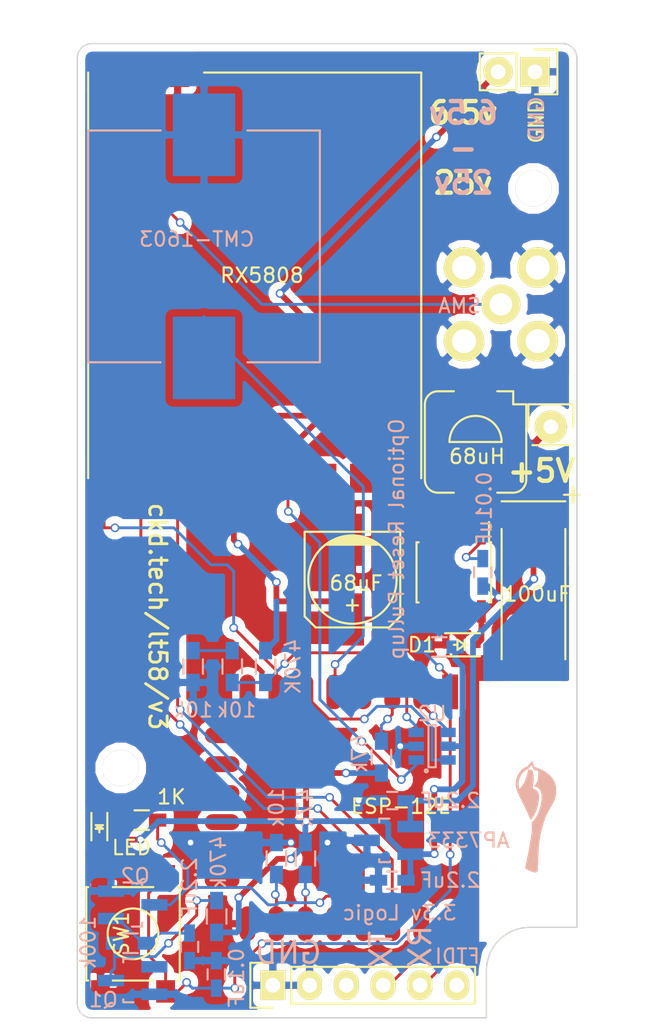
<source format=kicad_pcb>
(kicad_pcb (version 4) (host pcbnew "(2015-11-03 BZR 6296)-product")
  (layers (0 F.Cu signal) (31 B.Cu signal) (34 B.Paste user) (35 F.Paste user) (36 B.SilkS user) (37 F.SilkS user) (38 B.Mask user) (39 F.Mask user) (44 Edge.Cuts user))
  (net 0 "")
  (net 1 /ESP-Reset/RESET)
  (net 2 GNDPWR)
  (net 3 "Net-(C2-Pad1)")
  (net 4 +5V)
  (net 5 +3V3)
  (net 6 "Net-(CB1-Pad1)")
  (net 7 +BATT)
  (net 8 "Net-(D2-Pad1)")
  (net 9 /RFIN)
  (net 10 "Net-(LS1-Pad1)")
  (net 11 /V+)
  (net 12 /TXO)
  (net 13 /RXI)
  (net 14 /DTR)
  (net 15 /ESP-Reset/GPIO0)
  (net 16 "Net-(R3-Pad1)")
  (net 17 "Net-(R5-Pad2)")
  (net 18 "Net-(R6-Pad2)")
  (net 19 "Net-(R7-Pad2)")
  (net 20 "Net-(R8-Pad2)")
  (net 21 "Net-(RF1-Pad11)")
  (net 22 "Net-(RF1-Pad10)")
  (net 23 /RSSI)
  (net 24 /CLK)
  (net 25 /LE)
  (net 26 /DATA)
  (net 27 "Net-(U1-Pad9)")
  (net 28 "Net-(U1-Pad10)")
  (net 29 "Net-(U1-Pad11)")
  (net 30 "Net-(U1-Pad12)")
  (net 31 "Net-(U1-Pad13)")
  (net 32 "Net-(U1-Pad14)")
  (net 33 /SHARED_ADC)
  (net 34 /ADC_SELECT)
  (net 35 "Net-(U3-Pad5)")
  (net 36 "/5V/3V3 Regulator/5uf")
  (net 37 "Net-(Q1-Pad3)")
  (net 38 "Net-(U1-Pad4)")
  (module Mounting_Holes:MountingHole_2-5mm (layer F.Cu) (at 183 112.25)
    (fp_text reference REF** hide)
    (fp_text value MountingHole_2-5mm)
    (pad 1 thru_hole circle (at 0 0) (size 2.5 2.5) (drill 2.5) (layers))
  )
  (module Housings_SOT-23_SOT-143_TSOT-6:SOT-23_Handsoldering (layer B.Cu) (at 183.825 121.7 90)
    (fp_text reference Q2 (at 2 0.175 180) (layer B.SilkS) (effects (justify mirror)))
    (fp_text value Q_NMOS_GSD hide)
    (pad 1 smd rect (at -0.95 -1.50114 90) (size 0.8001 1.80086) (layers B.Cu B.Paste B.Mask) (net 3 "Net-(C2-Pad1)"))
    (pad 2 smd rect (at 0.95 -1.50114 90) (size 0.8001 1.80086) (layers B.Cu B.Paste B.Mask) (net 2 GNDPWR))
    (pad 3 smd rect (at 0 1.50114 90) (size 0.8001 1.80086) (layers B.Cu B.Paste B.Mask) (net 15 /ESP-Reset/GPIO0))
  )
  (module Housings_SOT-23_SOT-143_TSOT-6:SOT-23_Handsoldering (layer B.Cu) (at 183.825 126.925 270)
    (fp_text reference Q1 (at 1.325 2.025 360) (layer B.SilkS) (effects (justify mirror)))
    (fp_text value Q_NMOS_GSD hide)
    (pad 1 smd rect (at -0.95 -1.50114 270) (size 0.8001 1.80086) (layers B.Cu B.Paste B.Mask) (net 1 /ESP-Reset/RESET))
    (pad 2 smd rect (at 0.95 -1.50114 270) (size 0.8001 1.80086) (layers B.Cu B.Paste B.Mask) (net 2 GNDPWR))
    (pad 3 smd rect (at 0 1.50114 270) (size 0.8001 1.80086) (layers B.Cu B.Paste B.Mask) (net 37 "Net-(Q1-Pad3)"))
  )
  (module Capacitors_SMD:C_0603_HandSoldering (layer B.Cu) (at 189.6 126.5 90)
    (fp_text reference C1 hide)
    (fp_text value 0.1uF (at -0.25 1.4 90) (layer B.SilkS) (effects (justify mirror)))
    (pad 1 smd rect (at -0.95 0 90) (size 1.2 0.75) (layers B.Cu B.Paste B.Mask) (net 1 /ESP-Reset/RESET))
    (pad 2 smd rect (at 0.95 0 90) (size 1.2 0.75) (layers B.Cu B.Paste B.Mask) (net 2 GNDPWR))
  )
  (module Capacitors_SMD:C_0603_HandSoldering (layer B.Cu) (at 187.75 124.6 270)
    (fp_text reference C2 hide)
    (fp_text value 2.2uF (at -4.1 0 270) (layer B.SilkS) (effects (justify mirror)))
    (pad 1 smd rect (at -0.95 0 270) (size 1.2 0.75) (layers B.Cu B.Paste B.Mask) (net 3 "Net-(C2-Pad1)"))
    (pad 2 smd rect (at 0.95 0 270) (size 1.2 0.75) (layers B.Cu B.Paste B.Mask) (net 2 GNDPWR))
  )
  (module Capacitors_SMD:C_0603_HandSoldering (layer B.Cu) (at 201.75 114.5 180)
    (fp_text reference C3 hide)
    (fp_text value 2.2uF (at -4 0 180) (layer B.SilkS) (effects (justify mirror)))
    (pad 1 smd rect (at -0.95 0 180) (size 1.2 0.75) (layers B.Cu B.Paste B.Mask) (net 4 +5V))
    (pad 2 smd rect (at 0.95 0 180) (size 1.2 0.75) (layers B.Cu B.Paste B.Mask) (net 2 GNDPWR))
  )
  (module Capacitors_SMD:C_0603_HandSoldering (layer B.Cu) (at 201.75 120 180)
    (fp_text reference C4 hide)
    (fp_text value 2.2uF (at -4 0 180) (layer B.SilkS) (effects (justify mirror)))
    (pad 1 smd rect (at -0.95 0 180) (size 1.2 0.75) (layers B.Cu B.Paste B.Mask) (net 5 +3V3))
    (pad 2 smd rect (at 0.95 0 180) (size 1.2 0.75) (layers B.Cu B.Paste B.Mask) (net 2 GNDPWR))
  )
  (module Capacitors_SMD:C_0603_HandSoldering (layer B.Cu) (at 208 98.75 270)
    (fp_text reference CB1 hide)
    (fp_text value 0.01uF (at -4.4 -0.1 270) (layer B.SilkS) (effects (justify mirror)))
    (pad 1 smd rect (at -0.95 0 270) (size 1.2 0.75) (layers B.Cu B.Paste B.Mask) (net 6 "Net-(CB1-Pad1)"))
    (pad 2 smd rect (at 0.95 0 270) (size 1.2 0.75) (layers B.Cu B.Paste B.Mask) (net 36 "/5V/3V3 Regulator/5uf"))
  )
  (module Capacitors_SMD:c_elec_6.3x7.7 (layer F.Cu) (at 199 99.25 270)
    (fp_text reference Cin1 hide)
    (fp_text value 68uF (at 0.25 -0.25 360) (layer F.SilkS))
    (pad 1 smd rect (at 2.75082 0 270) (size 3.59918 1.6002) (layers F.Cu F.Paste F.Mask) (net 7 +BATT))
    (pad 2 smd rect (at -2.75082 0 270) (size 3.59918 1.6002) (layers F.Cu F.Paste F.Mask) (net 2 GNDPWR))
  )
  (module Capacitors_Tantalum_SMD:TantalC_SizeD_EIA-7343_HandSoldering (layer F.Cu) (at 211.5 100.25 270)
    (fp_text reference Cout1 hide)
    (fp_text value 100uF (at 0 -0.25 360) (layer F.SilkS))
    (fp_text user + (at -6.85546 -2.70002 270) (layer F.SilkS))
    (pad 2 smd rect (at 3.88874 0 270) (size 4.0005 2.70002) (layers F.Cu F.Paste F.Mask) (net 2 GNDPWR))
    (pad 1 smd rect (at -3.88874 0 270) (size 4.0005 2.70002) (layers F.Cu F.Paste F.Mask) (net 4 +5V))
  )
  (module Diodes_SMD:SOD-323 (layer F.Cu) (at 206.5 103.75 180)
    (fp_text reference D1 (at 2.7 0 180) (layer F.SilkS))
    (fp_text value SD103BWS-TP hide)
    (pad 1 smd rect (at -1.055 0 180) (size 0.59 0.45) (layers F.Cu F.Paste F.Mask) (net 36 "/5V/3V3 Regulator/5uf"))
    (pad 2 smd rect (at 1.055 0 180) (size 0.59 0.45) (layers F.Cu F.Paste F.Mask) (net 2 GNDPWR))
  )
  (module LEDs:LED-0603 (layer F.Cu) (at 181.525 116.45 270)
    (fp_text reference D2 hide)
    (fp_text value LED (at 1.3 -2.225 360) (layer F.SilkS))
    (pad 2 smd rect (at 0.7493 0 90) (size 0.79756 0.79756) (layers F.Cu F.Paste F.Mask) (net 5 +3V3))
    (pad 1 smd rect (at -0.7493 0 90) (size 0.79756 0.79756) (layers F.Cu F.Paste F.Mask) (net 8 "Net-(D2-Pad1)"))
  )
  (module sma-jack:SMA-Jack-Straight (layer F.Cu) (at 209.25 80.25)
    (fp_text reference J1 hide)
    (fp_text value SMA (at -2.85 0.1) (layer B.SilkS) (effects (justify mirror)))
    (pad 2 thru_hole circle (at -2.54 -2.54) (size 2.8 2.8) (drill 1.65) (layers *.Cu *.Mask F.SilkS) (net 2 GNDPWR))
    (pad 5 thru_hole circle (at -2.54 2.54) (size 2.8 2.8) (drill 1.65) (layers *.Cu *.Mask F.SilkS) (net 2 GNDPWR))
    (pad 4 thru_hole circle (at 2.54 2.54) (size 2.8 2.8) (drill 1.65) (layers *.Cu *.Mask F.SilkS) (net 2 GNDPWR))
    (pad 3 thru_hole circle (at 2.54 -2.54) (size 2.8 2.8) (drill 1.65) (layers *.Cu *.Mask F.SilkS) (net 2 GNDPWR))
    (pad 1 thru_hole circle (at 0 0) (size 2.7 2.7) (drill 1.55) (layers *.Cu *.Mask F.SilkS) (net 9 /RFIN))
  )
  (module slf7032:SLF7032 (layer F.Cu) (at 207.5 89.75 270)
    (fp_text reference L1 hide)
    (fp_text value 68uH (at 1 -0.1 540) (layer F.SilkS))
    (pad 1 smd rect (at -3.15 0 270) (size 1.5 2.2) (layers F.Cu F.Paste F.Mask) (net 4 +5V))
    (pad 2 smd rect (at 3.15 0 270) (size 1.5 2.2) (layers F.Cu F.Paste F.Mask) (net 36 "/5V/3V3 Regulator/5uf"))
  )
  (module cmt-1603-smt:CMT-1603-SMT (layer B.Cu) (at 188.75 76.25 270)
    (fp_text reference LS1 hide)
    (fp_text value CMT-1603 (at -0.5 0.5 360) (layer B.SilkS) (effects (justify mirror)))
    (pad 2 smd rect (at -4.85 0 270) (size 5.7 4.3) (drill (offset -2.85 0)) (layers B.Cu B.Paste B.Mask) (net 2 GNDPWR))
    (pad 1 smd rect (at 4.85 0 270) (size 5.7 4.3) (drill (offset 2.85 0)) (layers B.Cu B.Paste B.Mask) (net 10 "Net-(LS1-Pad1)"))
  )
  (module Resistors_SMD:R_0603_HandSoldering (layer B.Cu) (at 189.625 122.5 90)
    (fp_text reference R1 hide)
    (fp_text value 470k (at 3.75 0.125 90) (layer B.SilkS) (effects (justify mirror)))
    (pad 1 smd rect (at -1.1 0 90) (size 1.2 0.9) (layers B.Cu B.Paste B.Mask) (net 5 +3V3))
    (pad 2 smd rect (at 1.1 0 90) (size 1.2 0.9) (layers B.Cu B.Paste B.Mask) (net 37 "Net-(Q1-Pad3)"))
  )
  (module Resistors_SMD:R_0603_HandSoldering (layer B.Cu) (at 183.675 124.35 180)
    (fp_text reference R2 hide)
    (fp_text value 100k (at 2.925 0.05 270) (layer B.SilkS) (effects (justify mirror)))
    (pad 1 smd rect (at -1.1 0 180) (size 1.2 0.9) (layers B.Cu B.Paste B.Mask) (net 3 "Net-(C2-Pad1)"))
    (pad 2 smd rect (at 1.1 0 180) (size 1.2 0.9) (layers B.Cu B.Paste B.Mask) (net 37 "Net-(Q1-Pad3)"))
  )
  (module Resistors_SMD:R_0603_HandSoldering (layer B.Cu) (at 201 111.5 270)
    (fp_text reference R3 hide)
    (fp_text value 47k (at -0.25 1.5 270) (layer B.SilkS) (effects (justify mirror)))
    (pad 1 smd rect (at -1.1 0 270) (size 1.2 0.9) (layers B.Cu B.Paste B.Mask) (net 16 "Net-(R3-Pad1)"))
    (pad 2 smd rect (at 1.1 0 270) (size 1.2 0.9) (layers B.Cu B.Paste B.Mask) (net 5 +3V3))
  )
  (module Resistors_SMD:R_0603_HandSoldering (layer F.Cu) (at 184.45 115.85)
    (fp_text reference R4 hide)
    (fp_text value 1K (at 2.05 -1.6) (layer F.SilkS))
    (pad 1 smd rect (at -1.1 0) (size 1.2 0.9) (layers F.Cu F.Paste F.Mask) (net 8 "Net-(D2-Pad1)"))
    (pad 2 smd rect (at 1.1 0) (size 1.2 0.9) (layers F.Cu F.Paste F.Mask) (net 15 /ESP-Reset/GPIO0))
  )
  (module Resistors_SMD:R_0603_HandSoldering (layer B.Cu) (at 195.75 118.5 270)
    (fp_text reference R5 hide)
    (fp_text value 47k (at -3.5 0 270) (layer B.SilkS) (effects (justify mirror)))
    (pad 1 smd rect (at -1.1 0 270) (size 1.2 0.9) (layers B.Cu B.Paste B.Mask) (net 5 +3V3))
    (pad 2 smd rect (at 1.1 0 270) (size 1.2 0.9) (layers B.Cu B.Paste B.Mask) (net 17 "Net-(R5-Pad2)"))
  )
  (module Resistors_SMD:R_0603_HandSoldering (layer B.Cu) (at 193.75 118.5 270)
    (fp_text reference R6 hide)
    (fp_text value 10k (at -3.5 0 270) (layer B.SilkS) (effects (justify mirror)))
    (pad 1 smd rect (at -1.1 0 270) (size 1.2 0.9) (layers B.Cu B.Paste B.Mask) (net 2 GNDPWR))
    (pad 2 smd rect (at 1.1 0 270) (size 1.2 0.9) (layers B.Cu B.Paste B.Mask) (net 18 "Net-(R6-Pad2)"))
  )
  (module Resistors_SMD:R_0603_HandSoldering (layer B.Cu) (at 193 105.25 270)
    (fp_text reference R7 hide)
    (fp_text value 470K (at 0 -1.9 270) (layer B.SilkS) (effects (justify mirror)))
    (pad 1 smd rect (at -1.1 0 270) (size 1.2 0.9) (layers B.Cu B.Paste B.Mask) (net 7 +BATT))
    (pad 2 smd rect (at 1.1 0 270) (size 1.2 0.9) (layers B.Cu B.Paste B.Mask) (net 19 "Net-(R7-Pad2)"))
  )
  (module Resistors_SMD:R_0603_HandSoldering (layer B.Cu) (at 190.7 105.25 90)
    (fp_text reference R8 hide)
    (fp_text value 10k (at -3 -2.7 360) (layer B.SilkS) (effects (justify mirror)))
    (pad 1 smd rect (at -1.1 0 90) (size 1.2 0.9) (layers B.Cu B.Paste B.Mask) (net 19 "Net-(R7-Pad2)"))
    (pad 2 smd rect (at 1.1 0 90) (size 1.2 0.9) (layers B.Cu B.Paste B.Mask) (net 20 "Net-(R8-Pad2)"))
  )
  (module Resistors_SMD:R_0603_HandSoldering (layer B.Cu) (at 188 105.25 270)
    (fp_text reference R9 hide)
    (fp_text value 10k (at 3 -3 540) (layer B.SilkS) (effects (justify mirror)))
    (pad 1 smd rect (at -1.1 0 270) (size 1.2 0.9) (layers B.Cu B.Paste B.Mask) (net 20 "Net-(R8-Pad2)"))
    (pad 2 smd rect (at 1.1 0 270) (size 1.2 0.9) (layers B.Cu B.Paste B.Mask) (net 2 GNDPWR))
  )
  (module rx5808:rx5808 (layer F.Cu) (at 192.75 78.25 270)
    (fp_text reference RF1 hide)
    (fp_text value RX5808 (at 0 0 360) (layer F.SilkS))
    (pad 3 smd rect (at -14 10.9 270) (size 2 1.6) (layers F.Cu F.Paste F.Mask) (net 2 GNDPWR))
    (pad 2 smd rect (at -14 8.36 270) (size 2 1.6) (layers F.Cu F.Paste F.Mask) (net 9 /RFIN))
    (pad 1 smd rect (at -14 5.82 270) (size 2 1.6) (layers F.Cu F.Paste F.Mask) (net 2 GNDPWR))
    (pad 12 smd rect (at 14 -9.42 270) (size 2 1.6) (layers F.Cu F.Paste F.Mask) (net 2 GNDPWR))
    (pad 11 smd rect (at 14 -6.88 270) (size 2 1.6) (layers F.Cu F.Paste F.Mask) (net 21 "Net-(RF1-Pad11)"))
    (pad 10 smd rect (at 14 -4.34 270) (size 2 1.6) (layers F.Cu F.Paste F.Mask) (net 22 "Net-(RF1-Pad10)"))
    (pad 9 smd rect (at 14 -1.8 270) (size 2 1.6) (layers F.Cu F.Paste F.Mask) (net 23 /RSSI))
    (pad 8 smd rect (at 14 0.74 270) (size 2 1.6) (layers F.Cu F.Paste F.Mask) (net 4 +5V))
    (pad 7 smd rect (at 14 3.28 270) (size 2 1.6) (layers F.Cu F.Paste F.Mask) (net 2 GNDPWR))
    (pad 6 smd rect (at 14 5.82 270) (size 2 1.6) (layers F.Cu F.Paste F.Mask) (net 24 /CLK))
    (pad 5 smd rect (at 14 8.36 270) (size 2 1.6) (layers F.Cu F.Paste F.Mask) (net 25 /LE))
    (pad 4 smd rect (at 14 10.9 270) (size 2 1.6) (layers F.Cu F.Paste F.Mask) (net 26 /DATA))
  )
  (module ESP8266:ESP-12E (layer F.Cu) (at 205.75 107 270)
    (fp_text reference U1 hide)
    (fp_text value ESP-12E (at 7.9 3.4 540) (layer F.SilkS))
    (pad 9 smd oval (at 2.99 15.75) (size 2.4 1.1) (layers F.Cu F.Paste F.Mask) (net 27 "Net-(U1-Pad9)"))
    (pad 10 smd oval (at 4.99 15.75) (size 2.4 1.1) (layers F.Cu F.Paste F.Mask) (net 28 "Net-(U1-Pad10)"))
    (pad 11 smd oval (at 6.99 15.75) (size 2.4 1.1) (layers F.Cu F.Paste F.Mask) (net 29 "Net-(U1-Pad11)"))
    (pad 12 smd oval (at 8.99 15.75) (size 2.4 1.1) (layers F.Cu F.Paste F.Mask) (net 30 "Net-(U1-Pad12)"))
    (pad 13 smd oval (at 10.99 15.75) (size 2.4 1.1) (layers F.Cu F.Paste F.Mask) (net 31 "Net-(U1-Pad13)"))
    (pad 14 smd oval (at 12.99 15.75) (size 2.4 1.1) (layers F.Cu F.Paste F.Mask) (net 32 "Net-(U1-Pad14)"))
    (pad 1 smd rect (at 0 0 270) (size 2.4 1.1) (layers F.Cu F.Paste F.Mask) (net 1 /ESP-Reset/RESET))
    (pad 2 smd oval (at 0 2 270) (size 2.4 1.1) (layers F.Cu F.Paste F.Mask) (net 33 /SHARED_ADC))
    (pad 3 smd oval (at 0 4 270) (size 2.4 1.1) (layers F.Cu F.Paste F.Mask) (net 16 "Net-(R3-Pad1)"))
    (pad 4 smd oval (at 0 6 270) (size 2.4 1.1) (layers F.Cu F.Paste F.Mask) (net 38 "Net-(U1-Pad4)"))
    (pad 5 smd oval (at 0 8 270) (size 2.4 1.1) (layers F.Cu F.Paste F.Mask) (net 10 "Net-(LS1-Pad1)"))
    (pad 6 smd oval (at 0 10 270) (size 2.4 1.1) (layers F.Cu F.Paste F.Mask) (net 34 /ADC_SELECT))
    (pad 7 smd oval (at 0 12 270) (size 2.4 1.1) (layers F.Cu F.Paste F.Mask) (net 26 /DATA))
    (pad 8 smd oval (at 0 14 270) (size 2.4 1.1) (layers F.Cu F.Paste F.Mask) (net 5 +3V3))
    (pad 15 smd oval (at 16 14 270) (size 2.4 1.1) (layers F.Cu F.Paste F.Mask) (net 2 GNDPWR))
    (pad 16 smd oval (at 16 12 270) (size 2.4 1.1) (layers F.Cu F.Paste F.Mask) (net 18 "Net-(R6-Pad2)"))
    (pad 17 smd oval (at 16 10 270) (size 2.4 1.1) (layers F.Cu F.Paste F.Mask) (net 17 "Net-(R5-Pad2)"))
    (pad 18 smd oval (at 16 8 270) (size 2.4 1.1) (layers F.Cu F.Paste F.Mask) (net 15 /ESP-Reset/GPIO0))
    (pad 19 smd oval (at 16 6 270) (size 2.4 1.1) (layers F.Cu F.Paste F.Mask) (net 25 /LE))
    (pad 20 smd oval (at 16 4 270) (size 2.4 1.1) (layers F.Cu F.Paste F.Mask) (net 24 /CLK))
    (pad 21 smd oval (at 16 2 270) (size 2.4 1.1) (layers F.Cu F.Paste F.Mask) (net 12 /TXO))
    (pad 22 smd oval (at 16 0 270) (size 2.4 1.1) (layers F.Cu F.Paste F.Mask) (net 13 /RXI))
  )
  (module Housings_SOT-23_SOT-143_TSOT-6:SOT-23-6 (layer B.Cu) (at 204.5 110.75)
    (fp_text reference U2 (at 0 -2.25) (layer B.SilkS) (effects (justify mirror)))
    (fp_text value 74LVC1G3157 hide)
    (pad 1 smd rect (at -1.1 0.95) (size 1.06 0.65) (layers B.Cu B.Paste B.Mask) (net 23 /RSSI))
    (pad 2 smd rect (at -1.1 0) (size 1.06 0.65) (layers B.Cu B.Paste B.Mask) (net 2 GNDPWR))
    (pad 3 smd rect (at -1.1 -0.95) (size 1.06 0.65) (layers B.Cu B.Paste B.Mask) (net 19 "Net-(R7-Pad2)"))
    (pad 4 smd rect (at 1.1 -0.95) (size 1.06 0.65) (layers B.Cu B.Paste B.Mask) (net 33 /SHARED_ADC))
    (pad 6 smd rect (at 1.1 0.95) (size 1.06 0.65) (layers B.Cu B.Paste B.Mask) (net 34 /ADC_SELECT))
    (pad 5 smd rect (at 1.1 0) (size 1.06 0.65) (layers B.Cu B.Paste B.Mask) (net 5 +3V3))
  )
  (module Housings_SOIC:SOIC-8_3.9x4.9mm_Pitch1.27mm (layer F.Cu) (at 206 98.75 270)
    (fp_text reference U3 hide)
    (fp_text value LM2674M-3.3 hide)
    (pad 1 smd rect (at -2.7 -1.905 270) (size 1.55 0.6) (layers F.Cu F.Paste F.Mask) (net 6 "Net-(CB1-Pad1)"))
    (pad 2 smd rect (at -2.7 -0.635 270) (size 1.55 0.6) (layers F.Cu F.Paste F.Mask))
    (pad 3 smd rect (at -2.7 0.635 270) (size 1.55 0.6) (layers F.Cu F.Paste F.Mask))
    (pad 4 smd rect (at -2.7 1.905 270) (size 1.55 0.6) (layers F.Cu F.Paste F.Mask) (net 4 +5V))
    (pad 5 smd rect (at 2.7 1.905 270) (size 1.55 0.6) (layers F.Cu F.Paste F.Mask) (net 35 "Net-(U3-Pad5)"))
    (pad 6 smd rect (at 2.7 0.635 270) (size 1.55 0.6) (layers F.Cu F.Paste F.Mask) (net 2 GNDPWR))
    (pad 7 smd rect (at 2.7 -0.635 270) (size 1.55 0.6) (layers F.Cu F.Paste F.Mask) (net 7 +BATT))
    (pad 8 smd rect (at 2.7 -1.905 270) (size 1.55 0.6) (layers F.Cu F.Paste F.Mask) (net 36 "/5V/3V3 Regulator/5uf"))
  )
  (module Housings_SOT-23_SOT-143_TSOT-6:SOT-23_Handsoldering (layer B.Cu) (at 201.5 117.25 270)
    (fp_text reference U4 hide)
    (fp_text value AP7333 (at 0 -5.5 360) (layer B.SilkS) (effects (justify mirror)))
    (pad 1 smd rect (at -0.95 -1.50114 270) (size 0.8001 1.80086) (layers B.Cu B.Paste B.Mask) (net 4 +5V))
    (pad 2 smd rect (at 0.95 -1.50114 270) (size 0.8001 1.80086) (layers B.Cu B.Paste B.Mask) (net 5 +3V3))
    (pad 3 smd rect (at 0 1.50114 270) (size 0.8001 1.80086) (layers B.Cu B.Paste B.Mask) (net 2 GNDPWR))
  )
  (module Pin_Headers:Pin_Header_Straight_1x06 (layer F.Cu) (at 193.5 127.25 90)
    (fp_text reference P1 hide)
    (fp_text value FTDI hide)
    (pad 1 thru_hole rect (at 0 0 90) (size 2.032 1.7272) (drill 1.016) (layers *.Cu *.Mask F.SilkS) (net 2 GNDPWR))
    (pad 2 thru_hole oval (at 0 2.54 90) (size 2.032 1.7272) (drill 1.016) (layers *.Cu *.Mask F.SilkS) (net 2 GNDPWR))
    (pad 3 thru_hole oval (at 0 5.08 90) (size 2.032 1.7272) (drill 1.016) (layers *.Cu *.Mask F.SilkS) (net 11 /V+))
    (pad 4 thru_hole oval (at 0 7.62 90) (size 2.032 1.7272) (drill 1.016) (layers *.Cu *.Mask F.SilkS) (net 12 /TXO))
    (pad 5 thru_hole oval (at 0 10.16 90) (size 2.032 1.7272) (drill 1.016) (layers *.Cu *.Mask F.SilkS) (net 13 /RXI))
    (pad 6 thru_hole oval (at 0 12.7 90) (size 2.032 1.7272) (drill 1.016) (layers *.Cu *.Mask F.SilkS) (net 14 /DTR))
  )
  (module chickadee_logo:chickadee_3mm_ss (layer B.Cu) (at 211.75 115.75 270)
    (fp_text reference G*** hide)
    (fp_text value LOGO hide)
  )
  (module chickadee_logo:chickadee_3mm_fcu (layer F.Cu) (at 182.5 101.55 270)
    (fp_text reference G*** hide)
    (fp_text value "Chickadee 3mm" hide)
    (fp_poly (pts (xy -2.190577 -1.394931) (xy -2.158906 -1.394428) (xy -2.131275 -1.393379) (xy -2.106176 -1.39166) (xy -2.082107 -1.389149) (xy -2.057561 -1.385724) (xy -2.031033 -1.38126) (xy -2.009069 -1.377185) (xy -1.950214 -1.364422) (xy -1.889117 -1.348355) (xy -1.828664 -1.329818) (xy -1.77174 -1.309646) (xy -1.760361 -1.305223) (xy -1.717183 -1.28803) (xy -1.674808 -1.270892) (xy -1.63285 -1.25363) (xy -1.59092 -1.236063) (xy -1.548631 -1.218011) (xy -1.505596 -1.199293) (xy -1.461427 -1.179729) (xy -1.415735 -1.159138) (xy -1.368134 -1.137341) (xy -1.318236 -1.114156) (xy -1.265653 -1.089403) (xy -1.209997 -1.062901) (xy -1.150882 -1.034472) (xy -1.087918 -1.003933) (xy -1.02072 -0.971104) (xy -0.948898 -0.935806) (xy -0.872065 -0.897857) (xy -0.789834 -0.857077) (xy -0.701817 -0.813286) (xy -0.679097 -0.801963) (xy -0.600817 -0.763019) (xy -0.528298 -0.72712) (xy -0.461051 -0.694039) (xy -0.398585 -0.663552) (xy -0.340411 -0.635433) (xy -0.286038 -0.609455) (xy -0.234976 -0.585394) (xy -0.186735 -0.563022) (xy -0.140825 -0.542115) (xy -0.096756 -0.522447) (xy -0.054038 -0.503792) (xy -0.012181 -0.485924) (xy 0.029306 -0.468618) (xy 0.070912 -0.451647) (xy 0.113128 -0.434787) (xy 0.146403 -0.421719) (xy 0.169926 -0.412482) (xy 0.191319 -0.403963) (xy 0.209688 -0.396527) (xy 0.224143 -0.39054) (xy 0.233791 -0.386365) (xy 0.237732 -0.384376) (xy 0.237199 -0.380281) (xy 0.231987 -0.372263) (xy 0.222739 -0.361032) (xy 0.2101 -0.347296) (xy 0.194712 -0.331764) (xy 0.177219 -0.315145) (xy 0.164178 -0.303343) (xy 0.096199 -0.247242) (xy 0.021764 -0.193747) (xy -0.059006 -0.142914) (xy -0.145989 -0.0948) (xy -0.239062 -0.049462) (xy -0.338103 -0.006957) (xy -0.442991 0.032658) (xy -0.553602 0.069327) (xy -0.669815 0.102992) (xy -0.756708 0.125296) (xy -0.857303 0.148538) (xy -0.952291 0.167867) (xy -1.041919 0.183303) (xy -1.126439 0.194868) (xy -1.206099 0.20258) (xy -1.281149 0.206462) (xy -1.351837 0.206535) (xy -1.418413 0.202818) (xy -1.481126 0.195332) (xy -1.518918 0.18866) (xy -1.57955 0.173748) (xy -1.634906 0.154367) (xy -1.684914 0.13059) (xy -1.729501 0.102491) (xy -1.768596 0.070142) (xy -1.802127 0.033617) (xy -1.830021 -0.007012) (xy -1.852205 -0.051671) (xy -1.868608 -0.100287) (xy -1.879158 -0.152786) (xy -1.882097 -0.17906) (xy -1.882915 -0.190167) (xy -1.883851 -0.198302) (xy -1.885889 -0.204006) (xy -1.890009 -0.207822) (xy -1.897194 -0.21029) (xy -1.908425 -0.211954) (xy -1.924685 -0.213354) (xy -1.946955 -0.215033) (xy -1.947333 -0.215063) (xy -1.974885 -0.21729) (xy -1.996056 -0.219184) (xy -2.011509 -0.220834) (xy -2.021906 -0.222327) (xy -2.02791 -0.223751) (xy -2.030183 -0.225193) (xy -2.030082 -0.226026) (xy -2.032027 -0.227335) (xy -2.038861 -0.22756) (xy -2.048532 -0.226886) (xy -2.05899 -0.225503) (xy -2.068183 -0.223597) (xy -2.072569 -0.222141) (xy -2.078077 -0.220624) (xy -2.089384 -0.218164) (xy -2.105331 -0.214992) (xy -2.124759 -0.211335) (xy -2.146511 -0.207422) (xy -2.151944 -0.206471) (xy -2.23343 -0.192964) (xy -2.310846 -0.181591) (xy -2.386734 -0.172013) (xy -2.463633 -0.163891) (xy -2.487083 -0.161706) (xy -2.509513 -0.160112) (xy -2.536719 -0.158879) (xy -2.567348 -0.158007) (xy -2.600049 -0.157496) (xy -2.633471 -0.157348) (xy -2.666262 -0.157562) (xy -2.69707 -0.158139) (xy -2.724545 -0.15908) (xy -2.747334 -0.160385) (xy -2.760486 -0.161598) (xy -2.833314 -0.171253) (xy -2.904171 -0.18314) (xy -2.974932 -0.197651) (xy -3.047473 -0.215178) (xy -3.123669 -0.23611) (xy -3.139143 -0.240632) (xy -3.161757 -0.247425) (xy -3.178423 -0.252778) (xy -3.190018 -0.257041) (xy -3.197422 -0.260562) (xy -3.20151 -0.263691) (xy -3.202943 -0.266032) (xy -3.203909 -0.271145) (xy -3.205491 -0.282439) (xy -3.20759 -0.299075) (xy -3.210105 -0.320217) (xy -3.212937 -0.345025) (xy -3.215987 -0.372662) (xy -3.219082 -0.401608) (xy -3.222679 -0.435601) (xy -3.225565 -0.463243) (xy -3.227688 -0.485209) (xy -3.228999 -0.50217) (xy -3.229447 -0.514802) (xy -3.228982 -0.523777) (xy -3.227553 -0.52977) (xy -3.22511 -0.533453) (xy -3.221603 -0.535501) (xy -3.216982 -0.536587) (xy -3.211195 -0.537385) (xy -3.208909 -0.537717) (xy -3.197663 -0.539746) (xy -3.180611 -0.543203) (xy -3.158807 -0.547849) (xy -3.1333 -0.553445) (xy -3.105142 -0.559751) (xy -3.075385 -0.566529) (xy -3.045079 -0.573539) (xy -3.015275 -0.580543) (xy -2.987025 -0.5873) (xy -2.96138 -0.593573) (xy -2.942167 -0.598407) (xy -2.839538 -0.625766) (xy -2.743547 -0.653603) (xy -2.653787 -0.682055) (xy -2.569847 -0.711258) (xy -2.49132 -0.74135) (xy -2.417797 -0.772466) (xy -2.405944 -0.777787) (xy -2.33527 -0.81224) (xy -2.2633 -0.851978) (xy -2.191754 -0.895908) (xy -2.122352 -0.942934) (xy -2.05681 -0.991963) (xy -2.012597 -1.028214) (xy -1.994935 -1.043577) (xy -1.976602 -1.059988) (xy -1.958316 -1.076756) (xy -1.940794 -1.09319) (xy -1.924751 -1.108599) (xy -1.910905 -1.122291) (xy -1.899973 -1.133576) (xy -1.892671 -1.141762) (xy -1.889717 -1.146159) (xy -1.889781 -1.146632) (xy -1.895886 -1.149881) (xy -1.907863 -1.154203) (xy -1.924653 -1.159337) (xy -1.945199 -1.16502) (xy -1.968444 -1.170989) (xy -1.99333 -1.176981) (xy -2.018801 -1.182735) (xy -2.043799 -1.187987) (xy -2.067268 -1.192474) (xy -2.088148 -1.195935) (xy -2.088444 -1.195979) (xy -2.143487 -1.202523) (xy -2.197821 -1.205577) (xy -2.252961 -1.205107) (xy -2.310419 -1.201077) (xy -2.371711 -1.193452) (xy -2.401539 -1.188739) (xy -2.494796 -1.17015) (xy -2.584229 -1.146293) (xy -2.669623 -1.117275) (xy -2.750766 -1.083203) (xy -2.827443 -1.044182) (xy -2.899442 -1.000319) (xy -2.966549 -0.95172) (xy -3.028551 -0.898491) (xy -3.072051 -0.855085) (xy -3.114426 -0.806444) (xy -3.152464 -0.755667) (xy -3.185507 -0.70377) (xy -3.212895 -0.65177) (xy -3.230344 -0.610645) (xy -3.23532 -0.598231) (xy -3.239944 -0.588063) (xy -3.243211 -0.582348) (xy -3.246468 -0.579042) (xy -3.254369 -0.57133) (xy -3.266439 -0.559666) (xy -3.282207 -0.544504) (xy -3.301199 -0.526296) (xy -3.322943 -0.505496) (xy -3.346966 -0.482558) (xy -3.372795 -0.457935) (xy -3.391958 -0.439691) (xy -3.418659 -0.414263) (xy -3.443792 -0.390288) (xy -3.466896 -0.368206) (xy -3.487514 -0.34846) (xy -3.505187 -0.331487) (xy -3.519455 -0.31773) (xy -3.529861 -0.307629) (xy -3.535945 -0.301624) (xy -3.537393 -0.300078) (xy -3.534428 -0.298301) (xy -3.525616 -0.293948) (xy -3.511564 -0.287299) (xy -3.492877 -0.278632) (xy -3.470164 -0.268227) (xy -3.444028 -0.256363) (xy -3.415077 -0.243317) (xy -3.383917 -0.22937) (xy -3.376532 -0.226077) (xy -3.214874 -0.154058) (xy -3.198019 -0.093786) (xy -3.189906 -0.065801) (xy -3.180059 -0.033466) (xy -3.169084 0.001347) (xy -3.157589 0.036762) (xy -3.146183 0.070907) (xy -3.135473 0.101907) (xy -3.126489 0.126757) (xy -3.121041 0.140443) (xy -3.116521 0.148917) (xy -3.111864 0.153733) (xy -3.10617 0.156392) (xy -3.098868 0.157558) (xy -3.085547 0.158496) (xy -3.06724 0.159209) (xy -3.04498 0.159697) (xy -3.019799 0.159965) (xy -2.992731 0.160013) (xy -2.964808 0.159845) (xy -2.937063 0.159461) (xy -2.910528 0.158866) (xy -2.886237 0.15806) (xy -2.865223 0.157046) (xy -2.848681 0.155841) (xy -2.685739 0.138212) (xy -2.585861 0.124838) (xy -2.543141 0.1184) (xy -2.506322 0.1121) (xy -2.474266 0.105624) (xy -2.445833 0.098661) (xy -2.419884 0.090899) (xy -2.395279 0.082025) (xy -2.370878 0.071727) (xy -2.345543 0.059694) (xy -2.342444 0.058147) (xy -2.286885 0.026813) (xy -2.232336 -0.010789) (xy -2.179767 -0.053872) (xy -2.130148 -0.101647) (xy -2.089686 -0.146958) (xy -2.071653 -0.168681) (xy -2.069252 -0.143431) (xy -2.062225 -0.096009) (xy -2.050319 -0.046832) (xy -2.034198 0.002224) (xy -2.014523 0.049282) (xy -1.991958 0.092463) (xy -1.978281 0.114289) (xy -1.94066 0.164006) (xy -1.897859 0.209003) (xy -1.849963 0.249251) (xy -1.797063 0.284723) (xy -1.739243 0.315389) (xy -1.676594 0.341223) (xy -1.609201 0.362197) (xy -1.537152 0.378282) (xy -1.460535 0.389451) (xy -1.379438 0.395676) (xy -1.293947 0.396929) (xy -1.204152 0.393182) (xy -1.125361 0.386139) (xy -1.052218 0.376822) (xy -0.974125 0.364509) (xy -0.892379 0.349481) (xy -0.808276 0.332024) (xy -0.723113 0.312418) (xy -0.638187 0.290949) (xy -0.554795 0.267899) (xy -0.478014 0.244745) (xy -0.38054 0.212112) (xy -0.286214 0.17667) (xy -0.195387 0.138629) (xy -0.108408 0.098203) (xy -0.025628 0.0556) (xy 0.052604 0.011034) (xy 0.125937 -0.035286) (xy 0.194021 -0.083147) (xy 0.256506 -0.132339) (xy 0.313041 -0.18265) (xy 0.363278 -0.233869) (xy 0.406865 -0.285785) (xy 0.411516 -0.291897) (xy 0.421132 -0.304324) (xy 0.427892 -0.311896) (xy 0.432929 -0.315578) (xy 0.437377 -0.316336) (xy 0.439726 -0.315921) (xy 0.459163 -0.311612) (xy 0.48424 -0.30693) (xy 0.513568 -0.302078) (xy 0.545757 -0.297263) (xy 0.579415 -0.292687) (xy 0.613152 -0.288557) (xy 0.645578 -0.285077) (xy 0.656167 -0.284068) (xy 0.687905 -0.281538) (xy 0.719888 -0.279816) (xy 0.752791 -0.278933) (xy 0.78729 -0.27892) (xy 0.82406 -0.279806) (xy 0.863775 -0.281623) (xy 0.907113 -0.284401) (xy 0.954746 -0.288171) (xy 1.007352 -0.292963) (xy 1.065605 -0.298808) (xy 1.127125 -0.3054) (xy 1.216165 -0.315763) (xy 1.311639 -0.327982) (xy 1.413193 -0.341993) (xy 1.520469 -0.357731) (xy 1.633115 -0.375132) (xy 1.750774 -0.394133) (xy 1.873091 -0.414668) (xy 1.999712 -0.436674) (xy 2.13028 -0.460086) (xy 2.264441 -0.48484) (xy 2.40184 -0.510872) (xy 2.542121 -0.538118) (xy 2.68493 -0.566514) (xy 2.829911 -0.595994) (xy 2.976709 -0.626495) (xy 3.124969 -0.657954) (xy 3.274335 -0.690304) (xy 3.361972 -0.709592) (xy 3.406466 -0.719446) (xy 3.444684 -0.727733) (xy 3.477258 -0.73432) (xy 3.504823 -0.739072) (xy 3.528011 -0.741854) (xy 3.547455 -0.742532) (xy 3.563788 -0.740972) (xy 3.577642 -0.737038) (xy 3.589652 -0.730596) (xy 3.600449 -0.721512) (xy 3.610667 -0.709652) (xy 3.620938 -0.69488) (xy 3.631896 -0.677062) (xy 3.644174 -0.656064) (xy 3.648453 -0.648705) (xy 3.685722 -0.582928) (xy 3.720654 -0.517678) (xy 3.752855 -0.453786) (xy 3.781929 -0.392085) (xy 3.807481 -0.333406) (xy 3.829117 -0.278581) (xy 3.842982 -0.239141) (xy 3.858442 -0.186728) (xy 3.869158 -0.137816) (xy 3.875158 -0.092633) (xy 3.876469 -0.051406) (xy 3.873119 -0.014365) (xy 3.865134 0.018262) (xy 3.852543 0.046247) (xy 3.835372 0.069362) (xy 3.813649 0.087378) (xy 3.803124 0.093395) (xy 3.792991 0.098154) (xy 3.781941 0.102524) (xy 3.769615 0.106533) (xy 3.755657 0.110209) (xy 3.739709 0.113581) (xy 3.721413 0.116677) (xy 3.700414 0.119524) (xy 3.676352 0.122152) (xy 3.648872 0.124587) (xy 3.617615 0.126859) (xy 3.582225 0.128995) (xy 3.542343 0.131023) (xy 3.497613 0.132973) (xy 3.447677 0.134871) (xy 3.392178 0.136746) (xy 3.330759 0.138626) (xy 3.263062 0.14054) (xy 3.188731 0.142515) (xy 3.175 0.142869) (xy 3.052923 0.146207) (xy 2.937344 0.149786) (xy 2.827707 0.153639) (xy 2.723456 0.157794) (xy 2.624037 0.162284) (xy 2.528895 0.167138) (xy 2.437474 0.172388) (xy 2.349219 0.178064) (xy 2.263574 0.184196) (xy 2.179985 0.190816) (xy 2.097897 0.197954) (xy 2.016754 0.20564) (xy 1.989667 0.208345) (xy 1.860967 0.222177) (xy 1.736502 0.237273) (xy 1.615523 0.253805) (xy 1.497281 0.271941) (xy 1.381028 0.291851) (xy 1.266016 0.313705) (xy 1.151496 0.337671) (xy 1.036721 0.36392) (xy 0.920941 0.39262) (xy 0.803408 0.423942) (xy 0.683373 0.458054) (xy 0.56009 0.495127) (xy 0.432808 0.535329) (xy 0.30078 0.57883) (xy 0.195792 0.614551) (xy 0.145932 0.632059) (xy 0.0984 0.649485) (xy 0.052527 0.66715) (xy 0.007643 0.685374) (xy -0.03692 0.704476) (xy -0.081833 0.724779) (xy -0.127765 0.746601) (xy -0.175385 0.770263) (xy -0.225363 0.796085) (xy -0.278367 0.824388) (xy -0.335068 0.855492) (xy -0.396135 0.889717) (xy -0.462237 0.927384) (xy -0.483306 0.939493) (xy -0.541927 0.973223) (xy -0.594898 1.003651) (xy -0.642666 1.031025) (xy -0.685679 1.055591) (xy -0.724384 1.077596) (xy -0.759229 1.097287) (xy -0.790662 1.11491) (xy -0.81913 1.130714) (xy -0.845081 1.144944) (xy -0.868963 1.157848) (xy -0.891223 1.169672) (xy -0.912308 1.180664) (xy -0.932668 1.19107) (xy -0.952748 1.201138) (xy -0.972997 1.211113) (xy -0.993862 1.221244) (xy -0.995694 1.222128) (xy -1.063133 1.253565) (xy -1.12675 1.280819) (xy -1.187918 1.304282) (xy -1.248008 1.324345) (xy -1.308391 1.341402) (xy -1.37044 1.355844) (xy -1.435526 1.368064) (xy -1.505022 1.378454) (xy -1.569861 1.386279) (xy -1.610848 1.390039) (xy -1.656794 1.392999) (xy -1.705642 1.395105) (xy -1.755337 1.396301) (xy -1.803821 1.396532) (xy -1.849038 1.395744) (xy -1.878542 1.394508) (xy -1.958088 1.387865) (xy -2.038544 1.376743) (xy -2.118722 1.361443) (xy -2.197433 1.342263) (xy -2.273489 1.319501) (xy -2.345702 1.293456) (xy -2.412884 1.264427) (xy -2.430992 1.255625) (xy -2.511972 1.211372) (xy -2.591194 1.160408) (xy -2.668518 1.102893) (xy -2.743805 1.038983) (xy -2.816914 0.968836) (xy -2.887705 0.89261) (xy -2.95604 0.810463) (xy -3.021777 0.722552) (xy -3.084778 0.629036) (xy -3.144903 0.53007) (xy -3.202011 0.425814) (xy -3.247103 0.335201) (xy -3.265441 0.295287) (xy -3.283063 0.253922) (xy -3.300474 0.209814) (xy -3.318181 0.161672) (xy -3.33669 0.108204) (xy -3.341035 0.09525) (xy -3.348704 0.071804) (xy -3.356807 0.046214) (xy -3.364992 0.019673) (xy -3.372907 -0.006627) (xy -3.380199 -0.031492) (xy -3.386515 -0.053731) (xy -3.391504 -0.072152) (xy -3.394813 -0.08556) (xy -3.395622 -0.089442) (xy -3.397791 -0.101004) (xy -3.602405 -0.183572) (xy -3.638385 -0.198117) (xy -3.672393 -0.211915) (xy -3.703868 -0.224734) (xy -3.732252 -0.236346) (xy -3.756986 -0.24652) (xy -3.77751 -0.255026) (xy -3.793266 -0.261633) (xy -3.803693 -0.266111) (xy -3.808232 -0.268231) (xy -3.808381 -0.268344) (xy -3.80604 -0.270994) (xy -3.798838 -0.27795) (xy -3.787188 -0.288837) (xy -3.771505 -0.303276) (xy -3.752203 -0.320892) (xy -3.729696 -0.341306) (xy -3.704399 -0.364141) (xy -3.676726 -0.389021) (xy -3.647091 -0.415568) (xy -3.621714 -0.438231) (xy -3.585698 -0.47036) (xy -3.554584 -0.498154) (xy -3.528002 -0.521967) (xy -3.505585 -0.542152) (xy -3.486962 -0.559065) (xy -3.471765 -0.573058) (xy -3.459624 -0.584487) (xy -3.45017 -0.593706) (xy -3.443035 -0.601069) (xy -3.437848 -0.606929) (xy -3.434241 -0.611642) (xy -3.431844 -0.615561) (xy -3.430288 -0.619041) (xy -3.429205 -0.622435) (xy -3.429021 -0.623103) (xy -3.422612 -0.643652) (xy -3.41351 -0.668602) (xy -3.40244 -0.696184) (xy -3.390126 -0.724625) (xy -3.377295 -0.752157) (xy -3.3707 -0.765446) (xy -3.338251 -0.823655) (xy -3.301023 -0.87978) (xy -3.258334 -0.934751) (xy -3.209501 -0.989498) (xy -3.196358 -1.003151) (xy -3.140849 -1.05669) (xy -3.083569 -1.105173) (xy -3.023315 -1.149469) (xy -2.958883 -1.190443) (xy -2.889069 -1.228963) (xy -2.868083 -1.23958) (xy -2.800029 -1.271452) (xy -2.732015 -1.299287) (xy -2.662813 -1.323459) (xy -2.591193 -1.344341) (xy -2.515928 -1.362308) (xy -2.435788 -1.377732) (xy -2.38932 -1.385248) (xy -2.369484 -1.388168) (xy -2.352156 -1.390434) (xy -2.335939 -1.39213) (xy -2.319438 -1.393341) (xy -2.301258 -1.394152) (xy -2.280002 -1.394645) (xy -2.254276 -1.394906) (xy -2.227792 -1.395009) (xy -2.190577 -1.394931)) (layer F.Cu) (width 0.01))
  )
  (module Mounting_Holes:MountingHole_2-5mm (layer F.Cu) (at 211.5 72.25)
    (fp_text reference REF** hide)
    (fp_text value MountingHole_2-5mm)
    (pad 1 thru_hole circle (at 0 0) (size 2.5 2.5) (drill 2.5) (layers))
  )
  (module Buttons_Switches_SMD:SW_SPST_PTS645 (layer F.Cu) (at 183.85 123.7 90)
    (fp_text reference SW1 (at 0 -0.8 90) (layer F.SilkS))
    (fp_text value SW_PUSH)
    (pad 2 smd rect (at -3.975 2.25 90) (size 1.55 1.3) (layers F.Cu F.Paste F.Mask) (net 1 /ESP-Reset/RESET))
    (pad 1 smd rect (at -3.975 -2.25 90) (size 1.55 1.3) (layers F.Cu F.Paste F.Mask) (net 2 GNDPWR))
    (pad 1 smd rect (at 3.975 -2.25 90) (size 1.55 1.3) (layers F.Cu F.Paste F.Mask) (net 2 GNDPWR))
    (pad 2 smd rect (at 3.975 2.25 90) (size 1.55 1.3) (layers F.Cu F.Paste F.Mask) (net 1 /ESP-Reset/RESET))
  )
  (module Resistors_SMD:R_0603_HandSoldering (layer B.Cu) (at 205 103.9 180)
    (fp_text reference "Optional Reset Pullup" (at 2.95 7.45 270) (layer B.SilkS) (effects (justify mirror)))
    (fp_text value 10k)
    (pad 1 smd rect (at -1.1 0 180) (size 1.2 0.9) (layers B.Cu B.Paste B.Mask) (net 5 +3V3))
    (pad 2 smd rect (at 1.1 0 180) (size 1.2 0.9) (layers B.Cu B.Paste B.Mask) (net 1 /ESP-Reset/RESET))
  )
  (module Pin_Headers:Pin_Header_Straight_1x01 (layer F.Cu) (at 212.7 88.7)
    (fp_text reference P3 hide)
    (fp_text value CONN_01X01)
    (pad 1 thru_hole circle (at 0 0) (size 2.2352 2.2352) (drill 1.016) (layers *.Cu *.Mask F.SilkS) (net 4 +5V))
  )
  (module Pin_Headers:Pin_Header_Straight_1x02 (layer F.Cu) (at 211.6 64.2 270)
    (fp_text reference P2 hide)
    (fp_text value CONN_01X02)
    (pad 1 thru_hole rect (at 0 0 270) (size 2.032 2.032) (drill 1.016) (layers *.Cu *.Mask F.SilkS) (net 2 GNDPWR))
    (pad 2 thru_hole oval (at 0 2.54 270) (size 2.032 2.032) (drill 1.016) (layers *.Cu *.Mask F.SilkS) (net 7 +BATT))
  )
  (gr_text "6.5v\n-\n25v\n" (at 206.65 69.45) (layer B.SilkS) (effects (font (size 1.5 1.5) (thickness 0.3)) (justify mirror)))
  (gr_text GND (at 211.7 69.05 90) (layer B.SilkS) (effects (font (size 1 1)) (justify right mirror)))
  (gr_text "+5V\n" (at 212.05 91.75) (layer F.SilkS) (effects (font (size 1.5 1.5) (thickness 0.3))))
  (gr_arc (start 181 63.25) (end 180 63.25) (angle 90) (layer Edge.Cuts) (width 0.1))
  (gr_arc (start 211.25 126.25) (end 208.25 126.25) (angle 90) (layer Edge.Cuts) (width 0.1))
  (gr_line (start 214.5 123.25) (end 211.25 123.25) (angle 90) (layer Edge.Cuts) (width 0.1))
  (gr_line (start 208.25 129.5) (end 208.25 126.25) (angle 90) (layer Edge.Cuts) (width 0.1))
  (gr_arc (start 181 128.5) (end 181 129.5) (angle 90) (layer Edge.Cuts) (width 0.1))
  (gr_arc (start 213.5 63.25) (end 213.5 62.25) (angle 90) (layer Edge.Cuts) (width 0.1))
  (gr_line (start 214.5 63.25) (end 214.5 123.25) (angle 90) (layer Edge.Cuts) (width 0.1))
  (gr_line (start 180 63.25) (end 180 128.5) (angle 90) (layer Edge.Cuts) (width 0.1))
  (gr_line (start 181 129.5) (end 208.25 129.5) (angle 90) (layer Edge.Cuts) (width 0.1))
  (gr_line (start 181 62.25) (end 213.5 62.25) (angle 90) (layer Edge.Cuts) (width 0.1))
  (gr_text GND (at 211.7 66 90) (layer F.SilkS) (effects (font (size 1 1)) (justify right)))
  (gr_text "3.3v Logic" (at 202.25 122.25) (layer B.SilkS) (effects (font (size 1 1)) (justify mirror)))
  (gr_text FTDI (at 206.25 125.25) (layer B.SilkS) (effects (font (size 1 1)) (justify mirror)))
  (gr_text "6.5v\n-\n25v\n" (at 206.65 69.45) (layer F.SilkS) (effects (font (size 1.5 1.5) (thickness 0.3))))
  (gr_text ckd.tech/lt58/v3 (at 185.55 101.8 270) (layer F.SilkS) (effects (font (size 1.2 1.2) (thickness 0.2))))
  (gr_text GND (at 197 125) (layer B.SilkS) (effects (font (size 1.5 1.5) (thickness 0.2)) (justify left mirror)))
  (gr_text TX (at 200.975 124.775 90) (layer B.SilkS) (effects (font (size 1.5 1.5) (thickness 0.2)) (justify mirror)))
  (gr_text RX (at 203.675 124.575 90) (layer B.SilkS) (effects (font (size 1.5 1.5) (thickness 0.2)) (justify mirror)))
  (segment (start 187.55 127.075) (end 187.55 127.05) (width 0.2) (layer F.Cu) (net 1))
  (segment (start 186.95 127.675) (end 187.55 127.075) (width 0.2) (layer F.Cu) (net 1))
  (segment (start 186.1 127.675) (end 186.95 127.675) (width 0.2) (layer F.Cu) (net 1))
  (segment (start 187.849999 127.349999) (end 187.55 127.05) (width 0.2) (layer B.Cu) (net 1))
  (segment (start 187.95 127.45) (end 187.849999 127.349999) (width 0.2) (layer B.Cu) (net 1))
  (segment (start 189.6 127.45) (end 187.95 127.45) (width 0.2) (layer B.Cu) (net 1))
  (via (at 187.55 127.05) (size 0.6) (drill 0.4) (layers F.Cu B.Cu) (net 1))
  (segment (start 205 105.3) (end 205.75 106.05) (width 0.2) (layer F.Cu) (net 1))
  (segment (start 205.75 106.05) (end 205.75 107) (width 0.2) (layer F.Cu) (net 1))
  (segment (start 203.9 103.9) (end 203.9 104.2) (width 0.2) (layer B.Cu) (net 1))
  (segment (start 203.9 104.2) (end 205 105.3) (width 0.2) (layer B.Cu) (net 1))
  (via (at 205 105.3) (size 0.6) (drill 0.4) (layers F.Cu B.Cu) (net 1))
  (segment (start 190.875 127.45) (end 189.6 127.45) (width 0.2) (layer B.Cu) (net 1))
  (via (at 190.875 127.45) (size 0.6) (drill 0.4) (layers F.Cu B.Cu) (net 1))
  (segment (start 190.875 126.25) (end 190.875 127.45) (width 0.2) (layer F.Cu) (net 1))
  (segment (start 192.75 124.375) (end 190.875 126.25) (width 0.2) (layer F.Cu) (net 1))
  (via (at 192.75 124.375) (size 0.6) (drill 0.4) (layers F.Cu B.Cu) (net 1))
  (segment (start 202.075 124.375) (end 192.75 124.375) (width 0.2) (layer B.Cu) (net 1))
  (segment (start 205.75 120.7) (end 202.075 124.375) (width 0.2) (layer B.Cu) (net 1))
  (segment (start 205.75 118.225) (end 205.75 120.7) (width 0.2) (layer B.Cu) (net 1))
  (via (at 205.75 118.225) (size 0.6) (drill 0.4) (layers F.Cu B.Cu) (net 1))
  (segment (start 205.75 107) (end 205.75 118.225) (width 0.2) (layer F.Cu) (net 1))
  (segment (start 186.1 127.675) (end 186.1 126.375) (width 0.2) (layer F.Cu) (net 1))
  (segment (start 184.925 120.9) (end 186.1 119.725) (width 0.2) (layer F.Cu) (net 1))
  (segment (start 184.925 125.2) (end 184.925 120.9) (width 0.2) (layer F.Cu) (net 1))
  (segment (start 186.1 126.375) (end 184.925 125.2) (width 0.2) (layer F.Cu) (net 1))
  (segment (start 200.8 114.5) (end 199.425 114.5) (width 0.4) (layer B.Cu) (net 2))
  (segment (start 199.425 114.5) (end 199.05 114.125) (width 0.4) (layer F.Cu) (net 2))
  (via (at 199.425 114.5) (size 0.6) (drill 0.4) (layers F.Cu B.Cu) (net 2))
  (segment (start 193.75 117.4) (end 194.75 117.4) (width 0.4) (layer B.Cu) (net 2))
  (segment (start 197.425 117.25) (end 199.99886 117.25) (width 0.4) (layer B.Cu) (net 2))
  (segment (start 197.275 117.4) (end 197.425 117.25) (width 0.4) (layer B.Cu) (net 2))
  (via (at 197.275 117.4) (size 0.6) (drill 0.4) (layers F.Cu B.Cu) (net 2))
  (segment (start 194.75 117.4) (end 197.275 117.4) (width 0.4) (layer F.Cu) (net 2))
  (via (at 194.75 117.4) (size 0.6) (drill 0.4) (layers F.Cu B.Cu) (net 2))
  (segment (start 193.75 117.4) (end 187.825 117.4) (width 0.4) (layer B.Cu) (net 2))
  (segment (start 187.825 117.4) (end 186.975 117.4) (width 0.4) (layer F.Cu) (net 2))
  (via (at 187.825 117.4) (size 0.6) (drill 0.4) (layers F.Cu B.Cu) (net 2))
  (segment (start 203.4 110.75) (end 202.3 110.75) (width 0.4) (layer B.Cu) (net 2))
  (segment (start 202.3 110.75) (end 202.3 109.875) (width 0.4) (layer F.Cu) (net 2))
  (via (at 202.3 110.75) (size 0.6) (drill 0.4) (layers F.Cu B.Cu) (net 2))
  (segment (start 182.32386 122.65) (end 182.82424 122.65) (width 0.2) (layer B.Cu) (net 3))
  (segment (start 182.82424 122.65) (end 184.52424 124.35) (width 0.2) (layer B.Cu) (net 3))
  (segment (start 184.52424 124.35) (end 184.775 124.35) (width 0.2) (layer B.Cu) (net 3))
  (segment (start 184.925 124.35) (end 185.625 123.65) (width 0.2) (layer B.Cu) (net 3))
  (segment (start 185.625 123.65) (end 187.175 123.65) (width 0.2) (layer B.Cu) (net 3))
  (segment (start 187.175 123.65) (end 187.75 123.65) (width 0.2) (layer B.Cu) (net 3))
  (segment (start 187.075 123.65) (end 187.75 123.65) (width 0.2) (layer B.Cu) (net 3))
  (segment (start 207.5 86.6) (end 198.284547 86.6) (width 0.4) (layer F.Cu) (net 4))
  (segment (start 198.284547 86.6) (end 194.569547 90.315) (width 0.4) (layer F.Cu) (net 4))
  (segment (start 192.01 92.05) (end 192.01 92.25) (width 0.4) (layer F.Cu) (net 4))
  (segment (start 194.569547 90.315) (end 193.745 90.315) (width 0.4) (layer F.Cu) (net 4))
  (segment (start 193.745 90.315) (end 192.01 92.05) (width 0.4) (layer F.Cu) (net 4))
  (segment (start 211.5 96.36126) (end 211.5 99.175) (width 0.4) (layer F.Cu) (net 4))
  (segment (start 206.275 114.5) (end 202.7 114.5) (width 0.4) (layer B.Cu) (net 4))
  (segment (start 207.325 113.45) (end 206.275 114.5) (width 0.4) (layer B.Cu) (net 4))
  (segment (start 207.325 103.4) (end 207.325 113.45) (width 0.4) (layer B.Cu) (net 4))
  (segment (start 211.525 99.2) (end 207.325 103.4) (width 0.4) (layer B.Cu) (net 4))
  (via (at 211.525 99.2) (size 0.6) (drill 0.4) (layers F.Cu B.Cu) (net 4))
  (segment (start 211.5 99.175) (end 211.525 99.2) (width 0.4) (layer F.Cu) (net 4))
  (segment (start 202.7 114.5) (end 203.00114 114.80114) (width 0.4) (layer B.Cu) (net 4))
  (segment (start 203.00114 114.80114) (end 203.00114 116.3) (width 0.4) (layer B.Cu) (net 4))
  (segment (start 204.095 96.05) (end 204.095 95.205) (width 0.4) (layer F.Cu) (net 4))
  (segment (start 204.095 95.205) (end 205.025 94.275) (width 0.4) (layer F.Cu) (net 4))
  (segment (start 206.1 103.9) (end 206.1 104.75) (width 0.4) (layer B.Cu) (net 5))
  (segment (start 206.1 104.75) (end 206.6 105.25) (width 0.4) (layer B.Cu) (net 5))
  (segment (start 206.6 105.25) (end 206.6 110.75) (width 0.4) (layer B.Cu) (net 5))
  (segment (start 189.625 123.6) (end 191 123.6) (width 0.4) (layer B.Cu) (net 5))
  (segment (start 194.75 118.525) (end 195.75 117.525) (width 0.4) (layer B.Cu) (net 5))
  (via (at 194.75 118.525) (size 0.6) (drill 0.4) (layers F.Cu B.Cu) (net 5))
  (segment (start 193.825 118.525) (end 194.75 118.525) (width 0.4) (layer F.Cu) (net 5))
  (segment (start 191.15 121.2) (end 193.825 118.525) (width 0.4) (layer F.Cu) (net 5))
  (via (at 191.15 121.2) (size 0.6) (drill 0.4) (layers F.Cu B.Cu) (net 5))
  (segment (start 191.15 123.45) (end 191.15 121.2) (width 0.4) (layer B.Cu) (net 5))
  (segment (start 191 123.6) (end 191.15 123.45) (width 0.4) (layer B.Cu) (net 5))
  (segment (start 195.75 117.525) (end 195.75 117.4) (width 0.4) (layer B.Cu) (net 5))
  (segment (start 181.525 117.1993) (end 184.3507 117.1993) (width 0.4) (layer F.Cu) (net 5))
  (segment (start 184.3507 117.1993) (end 184.375 117.175) (width 0.4) (layer F.Cu) (net 5))
  (via (at 184.375 117.175) (size 0.6) (drill 0.4) (layers F.Cu B.Cu) (net 5))
  (segment (start 184.375 117.175) (end 185.625 115.925) (width 0.4) (layer B.Cu) (net 5))
  (segment (start 185.625 115.925) (end 195.8 115.925) (width 0.4) (layer B.Cu) (net 5))
  (segment (start 203.00114 118.2) (end 202.6 118.2) (width 0.4) (layer B.Cu) (net 5))
  (segment (start 202.6 118.2) (end 201.475 117.075) (width 0.4) (layer B.Cu) (net 5))
  (segment (start 201.275 115.925) (end 195.8 115.925) (width 0.4) (layer B.Cu) (net 5))
  (segment (start 201.475 116.125) (end 201.275 115.925) (width 0.4) (layer B.Cu) (net 5))
  (segment (start 201.475 117.075) (end 201.475 116.125) (width 0.4) (layer B.Cu) (net 5))
  (segment (start 203.00114 118.2) (end 204.625 118.2) (width 0.4) (layer B.Cu) (net 5))
  (segment (start 206.6 110.75) (end 205.6 110.75) (width 0.4) (layer B.Cu) (net 5))
  (segment (start 206.6 113.15) (end 206.6 110.75) (width 0.4) (layer B.Cu) (net 5))
  (segment (start 206.025 113.725) (end 206.6 113.15) (width 0.4) (layer B.Cu) (net 5))
  (segment (start 204.65 113.725) (end 206.025 113.725) (width 0.4) (layer B.Cu) (net 5))
  (via (at 204.65 113.725) (size 0.6) (drill 0.4) (layers F.Cu B.Cu) (net 5))
  (segment (start 204.65 118.175) (end 204.65 113.725) (width 0.4) (layer F.Cu) (net 5))
  (via (at 204.65 118.175) (size 0.6) (drill 0.4) (layers F.Cu B.Cu) (net 5))
  (segment (start 204.625 118.2) (end 204.65 118.175) (width 0.4) (layer B.Cu) (net 5))
  (segment (start 191.75 107) (end 191.75 108.55) (width 0.4) (layer F.Cu) (net 5))
  (segment (start 191.75 108.55) (end 195.8 112.6) (width 0.4) (layer F.Cu) (net 5))
  (segment (start 201 112.6) (end 198.55 112.6) (width 0.4) (layer B.Cu) (net 5))
  (segment (start 195.75 115.975) (end 195.75 117.4) (width 0.4) (layer B.Cu) (net 5))
  (segment (start 195.8 115.925) (end 195.75 115.975) (width 0.4) (layer B.Cu) (net 5))
  (via (at 195.8 115.925) (size 0.6) (drill 0.4) (layers F.Cu B.Cu) (net 5))
  (segment (start 195.8 112.6) (end 195.8 115.925) (width 0.4) (layer F.Cu) (net 5))
  (segment (start 198.55 112.6) (end 195.8 112.6) (width 0.4) (layer F.Cu) (net 5))
  (via (at 198.55 112.6) (size 0.6) (drill 0.4) (layers F.Cu B.Cu) (net 5))
  (segment (start 203.00114 118.2) (end 203.00114 119.69886) (width 0.4) (layer B.Cu) (net 5))
  (segment (start 203.00114 119.69886) (end 202.7 120) (width 0.4) (layer B.Cu) (net 5))
  (segment (start 207.905 96.05) (end 207.905 96.645) (width 0.2) (layer F.Cu) (net 6))
  (segment (start 207.905 96.645) (end 206.85 97.7) (width 0.2) (layer F.Cu) (net 6))
  (via (at 206.85 97.7) (size 0.6) (drill 0.4) (layers F.Cu B.Cu) (net 6))
  (segment (start 206.85 97.7) (end 206.95 97.8) (width 0.2) (layer B.Cu) (net 6))
  (segment (start 206.95 97.8) (end 208 97.8) (width 0.2) (layer B.Cu) (net 6))
  (segment (start 209.06 64.2) (end 208.044001 65.215999) (width 0.4) (layer F.Cu) (net 7))
  (segment (start 208.044001 65.215999) (end 208.044001 65.455999) (width 0.4) (layer F.Cu) (net 7))
  (segment (start 208.044001 65.455999) (end 207.96316 65.53684) (width 0.4) (layer F.Cu) (net 7))
  (segment (start 191.1 96.8) (end 191.125 96.8) (width 0.4) (layer B.Cu) (net 7))
  (via (at 193.75 99.425) (size 0.6) (drill 0.4) (layers F.Cu B.Cu) (net 7))
  (segment (start 191.125 96.8) (end 193.75 99.425) (width 0.4) (layer B.Cu) (net 7))
  (segment (start 190.809999 96.484999) (end 190.809999 96.509999) (width 0.4) (layer F.Cu) (net 7))
  (segment (start 190.809999 96.509999) (end 191.1 96.8) (width 0.4) (layer F.Cu) (net 7))
  (via (at 191.1 96.8) (size 0.6) (drill 0.4) (layers F.Cu B.Cu) (net 7))
  (segment (start 196.100002 87.936002) (end 193.899998 87.936002) (width 0.4) (layer F.Cu) (net 7))
  (segment (start 197.74918 100.75) (end 199 102.00082) (width 0.4) (layer F.Cu) (net 7))
  (segment (start 190.809999 91.026001) (end 190.809999 96.484999) (width 0.4) (layer F.Cu) (net 7))
  (segment (start 194 79.5) (end 196.100002 81.600002) (width 0.4) (layer F.Cu) (net 7))
  (segment (start 193.75 100.75) (end 197.74918 100.75) (width 0.4) (layer F.Cu) (net 7))
  (segment (start 196.100002 81.600002) (end 196.100002 87.936002) (width 0.4) (layer F.Cu) (net 7))
  (segment (start 193.899998 87.936002) (end 190.809999 91.026001) (width 0.4) (layer F.Cu) (net 7))
  (segment (start 193.75 99.425) (end 193.75 100.75) (width 0.4) (layer F.Cu) (net 7))
  (segment (start 204.8 68.7) (end 194 79.5) (width 0.4) (layer B.Cu) (net 7))
  (via (at 194 79.5) (size 0.6) (drill 0.4) (layers F.Cu B.Cu) (net 7))
  (segment (start 208 65.53684) (end 207.96316 65.53684) (width 0.4) (layer F.Cu) (net 7))
  (segment (start 207.96316 65.53684) (end 204.8 68.7) (width 0.4) (layer F.Cu) (net 7))
  (via (at 204.8 68.7) (size 0.6) (drill 0.4) (layers F.Cu B.Cu) (net 7))
  (segment (start 193.75 100.75) (end 193.75 103.4) (width 0.4) (layer B.Cu) (net 7))
  (segment (start 193.75 103.4) (end 193 104.15) (width 0.4) (layer B.Cu) (net 7))
  (segment (start 199 102.00082) (end 201.47418 102.00082) (width 0.4) (layer F.Cu) (net 7))
  (segment (start 206.635 99.335) (end 206.635 101.45) (width 0.4) (layer F.Cu) (net 7))
  (segment (start 206.575 99.275) (end 206.635 99.335) (width 0.4) (layer F.Cu) (net 7))
  (segment (start 204.2 99.275) (end 206.575 99.275) (width 0.4) (layer F.Cu) (net 7))
  (segment (start 201.47418 102.00082) (end 204.2 99.275) (width 0.4) (layer F.Cu) (net 7))
  (segment (start 183.35 115.85) (end 181.6743 115.85) (width 0.2) (layer F.Cu) (net 8))
  (segment (start 181.6743 115.85) (end 181.525 115.7007) (width 0.2) (layer F.Cu) (net 8))
  (segment (start 187.399999 74.899999) (end 187.1 74.6) (width 0.2) (layer B.Cu) (net 9))
  (segment (start 192.75 80.25) (end 187.399999 74.899999) (width 0.2) (layer B.Cu) (net 9))
  (segment (start 184.39 71.89) (end 186.800001 74.300001) (width 0.2) (layer F.Cu) (net 9))
  (via (at 187.1 74.6) (size 0.6) (drill 0.4) (layers F.Cu B.Cu) (net 9))
  (segment (start 209.25 80.25) (end 192.75 80.25) (width 0.2) (layer B.Cu) (net 9))
  (segment (start 184.39 64.25) (end 184.39 71.89) (width 0.2) (layer F.Cu) (net 9))
  (segment (start 186.800001 74.300001) (end 187.1 74.6) (width 0.2) (layer F.Cu) (net 9))
  (segment (start 184.39 64.25) (end 184.39 63.36) (width 0.2) (layer F.Cu) (net 9))
  (segment (start 197.8 105.1) (end 197.8 106.95) (width 0.2) (layer F.Cu) (net 10))
  (segment (start 197.8 106.95) (end 197.75 107) (width 0.2) (layer F.Cu) (net 10))
  (segment (start 199.75 92.838002) (end 199.75 103.15) (width 0.2) (layer B.Cu) (net 10))
  (segment (start 199.75 103.15) (end 197.8 105.1) (width 0.2) (layer B.Cu) (net 10))
  (via (at 197.8 105.1) (size 0.6) (drill 0.4) (layers F.Cu B.Cu) (net 10))
  (segment (start 188.75 81.838002) (end 188.75 81.1) (width 0.2) (layer B.Cu) (net 10))
  (segment (start 199.75 92.838002) (end 188.75 81.838002) (width 0.2) (layer B.Cu) (net 10))
  (segment (start 203.725 125.05) (end 203.725 123.025) (width 0.2) (layer F.Cu) (net 12))
  (segment (start 203.725 123.025) (end 203.75 123) (width 0.2) (layer F.Cu) (net 12))
  (segment (start 201.12 127.25) (end 201.525 127.25) (width 0.2) (layer F.Cu) (net 12))
  (segment (start 201.525 127.25) (end 203.725 125.05) (width 0.2) (layer F.Cu) (net 12))
  (segment (start 203.725 125.05) (end 203.75 125.025) (width 0.2) (layer F.Cu) (net 12))
  (segment (start 203.66 127.25) (end 203.9 127.25) (width 0.2) (layer F.Cu) (net 13))
  (segment (start 203.9 127.25) (end 205.75 125.4) (width 0.2) (layer F.Cu) (net 13))
  (segment (start 205.75 125.4) (end 205.75 123) (width 0.2) (layer F.Cu) (net 13))
  (segment (start 185.575008 117.175008) (end 185.55 117.15) (width 0.2) (layer F.Cu) (net 15))
  (segment (start 185.55 117.15) (end 185.55 115.85) (width 0.2) (layer F.Cu) (net 15))
  (segment (start 185.8 117.4) (end 185.575008 117.175008) (width 0.2) (layer F.Cu) (net 15))
  (segment (start 185.575008 117.175008) (end 185.55 117.175008) (width 0.2) (layer F.Cu) (net 15))
  (segment (start 187.626571 120.499999) (end 187.626571 119.226571) (width 0.2) (layer B.Cu) (net 15))
  (segment (start 187.626571 119.226571) (end 185.8 117.4) (width 0.2) (layer B.Cu) (net 15))
  (via (at 185.8 117.4) (size 0.6) (drill 0.4) (layers F.Cu B.Cu) (net 15))
  (segment (start 193.754875 121.700021) (end 193.178873 121.700021) (width 0.2) (layer B.Cu) (net 15))
  (segment (start 186.42657 121.7) (end 185.32614 121.7) (width 0.2) (layer B.Cu) (net 15))
  (segment (start 196.75 121.55) (end 193.904896 121.55) (width 0.2) (layer B.Cu) (net 15))
  (segment (start 193.904896 121.55) (end 193.754875 121.700021) (width 0.2) (layer B.Cu) (net 15))
  (segment (start 187.626571 120.499999) (end 186.42657 121.7) (width 0.2) (layer B.Cu) (net 15))
  (segment (start 193.178873 121.700021) (end 191.978851 120.499999) (width 0.2) (layer B.Cu) (net 15))
  (segment (start 191.978851 120.499999) (end 187.626571 120.499999) (width 0.2) (layer B.Cu) (net 15))
  (segment (start 197.75 121.1) (end 197.2 121.1) (width 0.2) (layer F.Cu) (net 15))
  (segment (start 197.2 121.1) (end 196.75 121.55) (width 0.2) (layer F.Cu) (net 15))
  (via (at 196.75 121.55) (size 0.6) (drill 0.4) (layers F.Cu B.Cu) (net 15))
  (segment (start 197.75 121.1) (end 197.75 123) (width 0.2) (layer F.Cu) (net 15))
  (segment (start 201 110.4) (end 201 109.3) (width 0.2) (layer B.Cu) (net 16))
  (segment (start 201.75 108.55) (end 201.75 107) (width 0.2) (layer F.Cu) (net 16))
  (segment (start 201.425 108.875) (end 201.75 108.55) (width 0.2) (layer F.Cu) (net 16))
  (via (at 201.425 108.875) (size 0.6) (drill 0.4) (layers F.Cu B.Cu) (net 16))
  (segment (start 201 109.3) (end 201.425 108.875) (width 0.2) (layer B.Cu) (net 16))
  (segment (start 195.75 120.860237) (end 195.760257 120.84998) (width 0.2) (layer F.Cu) (net 17))
  (segment (start 195.75 120.839723) (end 195.760257 120.84998) (width 0.2) (layer B.Cu) (net 17))
  (segment (start 195.75 119.6) (end 195.75 120.839723) (width 0.2) (layer B.Cu) (net 17))
  (segment (start 195.75 123) (end 195.75 120.860237) (width 0.2) (layer F.Cu) (net 17))
  (via (at 195.760257 120.84998) (size 0.6) (drill 0.4) (layers F.Cu B.Cu) (net 17))
  (segment (start 193.75 120.921022) (end 193.675431 120.995591) (width 0.2) (layer B.Cu) (net 18))
  (segment (start 193.75 123) (end 193.75 121.07016) (width 0.2) (layer F.Cu) (net 18))
  (via (at 193.675431 120.995591) (size 0.6) (drill 0.4) (layers F.Cu B.Cu) (net 18))
  (segment (start 193.75 121.07016) (end 193.675431 120.995591) (width 0.2) (layer F.Cu) (net 18))
  (segment (start 193.75 119.6) (end 193.75 120.921022) (width 0.2) (layer B.Cu) (net 18))
  (segment (start 194.325 105.05) (end 195.075 104.3) (width 0.2) (layer F.Cu) (net 19))
  (via (at 194.325 105.05) (size 0.6) (drill 0.4) (layers F.Cu B.Cu) (net 19))
  (segment (start 202.75 105.05) (end 202.75 108.725) (width 0.2) (layer F.Cu) (net 19))
  (via (at 202.75 108.725) (size 0.6) (drill 0.4) (layers F.Cu B.Cu) (net 19))
  (segment (start 202.75 108.725) (end 203.4 109.375) (width 0.2) (layer B.Cu) (net 19))
  (segment (start 203.4 109.8) (end 203.4 109.375) (width 0.2) (layer B.Cu) (net 19))
  (segment (start 194.325 105.05) (end 193.025 106.35) (width 0.2) (layer B.Cu) (net 19))
  (segment (start 202 104.3) (end 202.75 105.05) (width 0.2) (layer F.Cu) (net 19))
  (segment (start 195.075 104.3) (end 202 104.3) (width 0.2) (layer F.Cu) (net 19))
  (segment (start 193 106.35) (end 193.025 106.35) (width 0.2) (layer B.Cu) (net 19))
  (segment (start 190.7 106.35) (end 193 106.35) (width 0.2) (layer B.Cu) (net 19))
  (segment (start 190.7 104.15) (end 188 104.15) (width 0.2) (layer B.Cu) (net 20))
  (segment (start 203.4 111.7) (end 203.4 112.025) (width 0.2) (layer B.Cu) (net 23))
  (segment (start 203.4 112.025) (end 202.375 113.05) (width 0.2) (layer B.Cu) (net 23))
  (via (at 202.375 113.05) (size 0.6) (drill 0.4) (layers F.Cu B.Cu) (net 23))
  (segment (start 202.375 113.05) (end 199.75 110.425) (width 0.2) (layer F.Cu) (net 23))
  (segment (start 199.75 110.425) (end 199.65 110.425) (width 0.2) (layer F.Cu) (net 23))
  (via (at 199.65 110.425) (size 0.6) (drill 0.4) (layers F.Cu B.Cu) (net 23))
  (segment (start 199.65 110.425) (end 196.75 107.525) (width 0.2) (layer B.Cu) (net 23))
  (segment (start 196.75 107.525) (end 196.75 96.725) (width 0.2) (layer B.Cu) (net 23))
  (segment (start 196.75 96.725) (end 194.575 94.55) (width 0.2) (layer B.Cu) (net 23))
  (via (at 194.575 94.55) (size 0.6) (drill 0.4) (layers F.Cu B.Cu) (net 23))
  (segment (start 194.575 94.55) (end 194.55 94.525) (width 0.2) (layer F.Cu) (net 23))
  (segment (start 194.55 94.525) (end 194.55 92.25) (width 0.2) (layer F.Cu) (net 23))
  (segment (start 186.93 108.048938) (end 187.10737 108.226308) (width 0.2) (layer F.Cu) (net 24))
  (segment (start 187.407369 108.526307) (end 187.10737 108.226308) (width 0.2) (layer B.Cu) (net 24))
  (via (at 187.10737 108.226308) (size 0.6) (drill 0.4) (layers F.Cu B.Cu) (net 24))
  (segment (start 197.425 114.275) (end 193.156062 114.275) (width 0.2) (layer B.Cu) (net 24))
  (segment (start 186.93 92.25) (end 186.93 108.048938) (width 0.2) (layer F.Cu) (net 24))
  (segment (start 193.156062 114.275) (end 187.407369 108.526307) (width 0.2) (layer B.Cu) (net 24))
  (segment (start 201.75 118.6) (end 201.75 123) (width 0.2) (layer F.Cu) (net 24))
  (segment (start 197.425 114.275) (end 201.75 118.6) (width 0.2) (layer F.Cu) (net 24))
  (via (at 197.425 114.275) (size 0.6) (drill 0.4) (layers F.Cu B.Cu) (net 24))
  (segment (start 187.399999 109.549999) (end 187.1 109.25) (width 0.2) (layer B.Cu) (net 25))
  (segment (start 192.9 115.05) (end 187.399999 109.549999) (width 0.2) (layer B.Cu) (net 25))
  (segment (start 196.6 115.05) (end 192.9 115.05) (width 0.2) (layer B.Cu) (net 25))
  (segment (start 186.800001 108.950001) (end 187.1 109.25) (width 0.2) (layer F.Cu) (net 25))
  (segment (start 184.39 106.54) (end 186.800001 108.950001) (width 0.2) (layer F.Cu) (net 25))
  (segment (start 184.39 92.25) (end 184.39 106.54) (width 0.2) (layer F.Cu) (net 25))
  (via (at 187.1 109.25) (size 0.6) (drill 0.4) (layers F.Cu B.Cu) (net 25))
  (segment (start 199.75 123) (end 199.75 118.2) (width 0.2) (layer F.Cu) (net 25))
  (via (at 196.6 115.05) (size 0.6) (drill 0.4) (layers F.Cu B.Cu) (net 25))
  (segment (start 199.75 118.2) (end 196.6 115.05) (width 0.2) (layer F.Cu) (net 25))
  (segment (start 190.35 98.225) (end 189.225 98.225) (width 0.2) (layer B.Cu) (net 26))
  (segment (start 193.75 105.525) (end 190.8 102.575) (width 0.2) (layer F.Cu) (net 26))
  (via (at 190.8 102.575) (size 0.6) (drill 0.4) (layers F.Cu B.Cu) (net 26))
  (segment (start 190.8 102.575) (end 190.8 98.675) (width 0.2) (layer B.Cu) (net 26))
  (segment (start 190.8 98.675) (end 190.35 98.225) (width 0.2) (layer B.Cu) (net 26))
  (via (at 182.6 95.675) (size 0.6) (drill 0.4) (layers F.Cu B.Cu) (net 26))
  (segment (start 182.6 95.675) (end 181.85 95.675) (width 0.2) (layer F.Cu) (net 26))
  (segment (start 181.85 92.25) (end 181.85 95.675) (width 0.2) (layer F.Cu) (net 26))
  (segment (start 193.75 105.525) (end 193.75 107) (width 0.2) (layer F.Cu) (net 26))
  (segment (start 186.675 95.675) (end 182.6 95.675) (width 0.2) (layer B.Cu) (net 26))
  (segment (start 189.225 98.225) (end 186.675 95.675) (width 0.2) (layer B.Cu) (net 26))
  (segment (start 205.6 109.8) (end 205.6 109.675) (width 0.2) (layer B.Cu) (net 33))
  (segment (start 205.6 109.675) (end 204.575 108.65) (width 0.2) (layer B.Cu) (net 33))
  (via (at 204.575 108.65) (size 0.6) (drill 0.4) (layers F.Cu B.Cu) (net 33))
  (segment (start 204.575 108.65) (end 203.75 107.825) (width 0.2) (layer F.Cu) (net 33))
  (segment (start 203.75 107.825) (end 203.75 107) (width 0.2) (layer F.Cu) (net 33))
  (segment (start 195.75 107) (end 195.75 107.25) (width 0.2) (layer F.Cu) (net 34))
  (segment (start 195.75 107.25) (end 197.375 108.875) (width 0.2) (layer F.Cu) (net 34))
  (segment (start 197.375 108.875) (end 199.825 108.875) (width 0.2) (layer F.Cu) (net 34))
  (via (at 199.825 108.875) (size 0.6) (drill 0.4) (layers F.Cu B.Cu) (net 34))
  (segment (start 199.825 108.875) (end 200.7 108) (width 0.2) (layer B.Cu) (net 34))
  (segment (start 200.7 108) (end 203.05 108) (width 0.2) (layer B.Cu) (net 34))
  (segment (start 203.05 108) (end 204.5 109.45) (width 0.2) (layer B.Cu) (net 34))
  (segment (start 204.5 109.45) (end 204.5 111.7) (width 0.2) (layer B.Cu) (net 34))
  (segment (start 204.5 111.7) (end 205.6 111.7) (width 0.2) (layer B.Cu) (net 34))
  (segment (start 209.1 100.45) (end 209.1 94.5) (width 0.4) (layer F.Cu) (net 36))
  (segment (start 209.1 94.5) (end 207.5 92.9) (width 0.4) (layer F.Cu) (net 36))
  (segment (start 207.905 101.45) (end 208.1 101.45) (width 0.4) (layer F.Cu) (net 36))
  (segment (start 208.1 101.45) (end 209.1 100.45) (width 0.4) (layer F.Cu) (net 36))
  (segment (start 209.1 100.45) (end 208.35 99.7) (width 0.4) (layer B.Cu) (net 36))
  (via (at 209.1 100.45) (size 0.6) (drill 0.4) (layers F.Cu B.Cu) (net 36))
  (segment (start 208.35 99.7) (end 208 99.7) (width 0.4) (layer B.Cu) (net 36))
  (segment (start 207.905 101.45) (end 207.905 103.4) (width 0.4) (layer F.Cu) (net 36))
  (segment (start 207.905 103.4) (end 207.555 103.75) (width 0.4) (layer F.Cu) (net 36))
  (segment (start 182.575 125.35) (end 182.575 124.75001) (width 0.2) (layer B.Cu) (net 37))
  (segment (start 182.575 126.07381) (end 182.575 125.35) (width 0.2) (layer B.Cu) (net 37))
  (segment (start 182.575 125.35) (end 182.650051 125.274949) (width 0.2) (layer B.Cu) (net 37))
  (segment (start 182.650051 125.274949) (end 185.375051 125.274949) (width 0.2) (layer B.Cu) (net 37))
  (segment (start 186.000001 124.649999) (end 186.3 124.35) (width 0.2) (layer B.Cu) (net 37))
  (segment (start 185.375051 125.274949) (end 186.000001 124.649999) (width 0.2) (layer B.Cu) (net 37))
  (segment (start 182.32386 126.925) (end 182.32386 126.32495) (width 0.2) (layer B.Cu) (net 37))
  (segment (start 182.32386 126.32495) (end 182.575 126.07381) (width 0.2) (layer B.Cu) (net 37))
  (segment (start 188.25 121.4) (end 189.625 121.4) (width 0.2) (layer B.Cu) (net 37))
  (via (at 188.25 121.4) (size 0.6) (drill 0.4) (layers F.Cu B.Cu) (net 37))
  (segment (start 188.25 122.4) (end 188.25 121.4) (width 0.2) (layer F.Cu) (net 37))
  (segment (start 186.3 124.35) (end 188.25 122.4) (width 0.2) (layer F.Cu) (net 37))
  (via (at 186.3 124.35) (size 0.6) (drill 0.4) (layers F.Cu B.Cu) (net 37))
  (zone (net 0) (net_name "") (layer F.Cu) (connect_pads (clearance 0.508)) (min_thickness 0.254)
    (keepout (tracks not_allowed) (vias not_allowed) (copperpour not_allowed))
    (fill (arc_segments 16) (thermal_gap 0.508) (thermal_bridge_width 0.508))
    (polygon (pts (xy 207.75 106.25) (xy 214.75 106.25) (xy 214.75 124.25) (xy 207.75 124.25)))
  )
  (zone (net 0) (net_name "") (layer B.Cu) (connect_pads (clearance 0.508)) (min_thickness 0.254)
    (keepout (tracks not_allowed) (vias not_allowed) (copperpour not_allowed))
    (fill (arc_segments 16) (thermal_gap 0.508) (thermal_bridge_width 0.508))
    (polygon (pts (xy 207.75 106.25) (xy 214.75 106.25) (xy 214.75 124.25) (xy 207.75 124.25)))
  )
  (zone (net 2) (net_name GNDPWR) (layer F.Cu) (connect_pads (clearance 0.5)) (min_thickness 0.254) (fill yes (arc_segments 16) (thermal_gap 0.5) (thermal_bridge_width 0.5))
    (polygon (pts (xy 214.492974 62.248137) (xy 214.425 129.95) (xy 179.925 129.7) (xy 180.25 62) (xy 214.492974 62.248137)))
    (polygon (pts (xy 214.398785 98.25) (xy 214.4 98.575) (xy 214.4 98.25) (xy 214.398785 98.25)))
    (polygon (pts (xy 203.825 85.2) (xy 203.825 98.25) (xy 214.398785 98.25) (xy 214.35 85.2) (xy 203.825 85.2)))
  )
  (zone (net 4) (net_name +5V) (layer F.Cu) (connect_pads (clearance 0.3)) (min_thickness 0.3) (fill yes (arc_segments 16) (thermal_gap 0.5) (thermal_bridge_width 0.5))
    (polygon (pts (xy 210.9 85.9) (xy 210.85 87.575) (xy 213.725 87.65) (xy 213.75 97.35) (xy 204.35234 97.35) (xy 204.45 85.875) (xy 210.9 85.9)))
  )
  (zone (net 2) (net_name GNDPWR) (layer B.Cu) (connect_pads (clearance 0.5)) (min_thickness 0.254) (fill yes (arc_segments 16) (thermal_gap 0.5) (thermal_bridge_width 0.5))
    (polygon (pts (xy 214.5 62.25) (xy 214.525 129.95) (xy 180.025 129.7) (xy 180 62) (xy 214.5 62.25)))
    (polygon (pts (xy 214.398785 98.25) (xy 214.4 98.575) (xy 214.4 98.25) (xy 214.398785 98.25)))
  )
)
</source>
